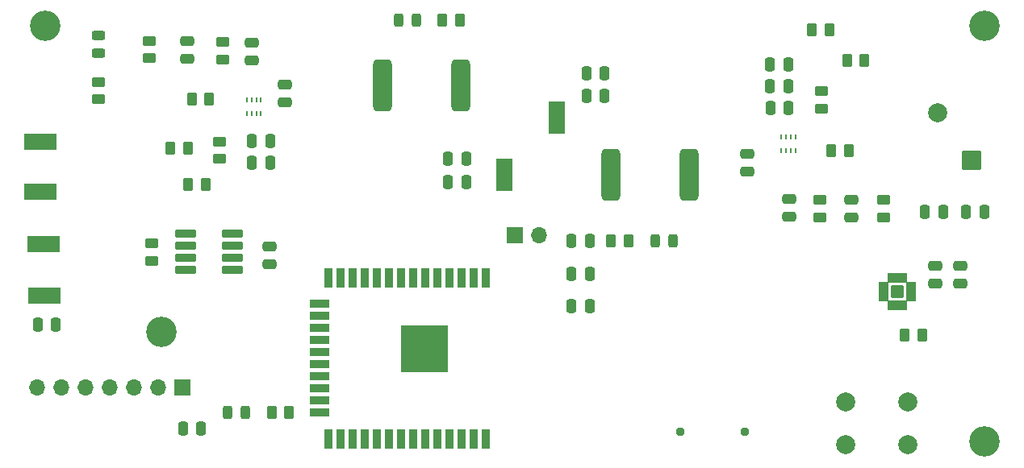
<source format=gbr>
%TF.GenerationSoftware,KiCad,Pcbnew,7.0.11*%
%TF.CreationDate,2025-02-02T20:15:26+02:00*%
%TF.ProjectId,obd_xp,6f62645f-7870-42e6-9b69-6361645f7063,rev?*%
%TF.SameCoordinates,Original*%
%TF.FileFunction,Soldermask,Top*%
%TF.FilePolarity,Negative*%
%FSLAX46Y46*%
G04 Gerber Fmt 4.6, Leading zero omitted, Abs format (unit mm)*
G04 Created by KiCad (PCBNEW 7.0.11) date 2025-02-02 20:15:26*
%MOMM*%
%LPD*%
G01*
G04 APERTURE LIST*
G04 Aperture macros list*
%AMRoundRect*
0 Rectangle with rounded corners*
0 $1 Rounding radius*
0 $2 $3 $4 $5 $6 $7 $8 $9 X,Y pos of 4 corners*
0 Add a 4 corners polygon primitive as box body*
4,1,4,$2,$3,$4,$5,$6,$7,$8,$9,$2,$3,0*
0 Add four circle primitives for the rounded corners*
1,1,$1+$1,$2,$3*
1,1,$1+$1,$4,$5*
1,1,$1+$1,$6,$7*
1,1,$1+$1,$8,$9*
0 Add four rect primitives between the rounded corners*
20,1,$1+$1,$2,$3,$4,$5,0*
20,1,$1+$1,$4,$5,$6,$7,0*
20,1,$1+$1,$6,$7,$8,$9,0*
20,1,$1+$1,$8,$9,$2,$3,0*%
G04 Aperture macros list end*
%ADD10RoundRect,0.500000X-0.500000X-2.250000X0.500000X-2.250000X0.500000X2.250000X-0.500000X2.250000X0*%
%ADD11RoundRect,0.250000X-0.250000X-0.475000X0.250000X-0.475000X0.250000X0.475000X-0.250000X0.475000X0*%
%ADD12RoundRect,0.250000X-0.262500X-0.450000X0.262500X-0.450000X0.262500X0.450000X-0.262500X0.450000X0*%
%ADD13RoundRect,0.250000X0.262500X0.450000X-0.262500X0.450000X-0.262500X-0.450000X0.262500X-0.450000X0*%
%ADD14R,3.400000X1.800000*%
%ADD15RoundRect,0.250000X-0.475000X0.250000X-0.475000X-0.250000X0.475000X-0.250000X0.475000X0.250000X0*%
%ADD16RoundRect,0.243750X-0.243750X-0.456250X0.243750X-0.456250X0.243750X0.456250X-0.243750X0.456250X0*%
%ADD17RoundRect,0.250000X-0.450000X0.262500X-0.450000X-0.262500X0.450000X-0.262500X0.450000X0.262500X0*%
%ADD18R,0.900000X2.000000*%
%ADD19R,2.000000X0.900000*%
%ADD20R,5.000000X5.000000*%
%ADD21RoundRect,0.250000X0.475000X-0.250000X0.475000X0.250000X-0.475000X0.250000X-0.475000X-0.250000X0*%
%ADD22C,3.200000*%
%ADD23RoundRect,0.250000X0.450000X-0.262500X0.450000X0.262500X-0.450000X0.262500X-0.450000X-0.262500X0*%
%ADD24RoundRect,0.243750X0.243750X0.456250X-0.243750X0.456250X-0.243750X-0.456250X0.243750X-0.456250X0*%
%ADD25RoundRect,0.014220X0.222780X-0.507780X0.222780X0.507780X-0.222780X0.507780X-0.222780X-0.507780X0*%
%ADD26RoundRect,0.014220X0.507780X0.222780X-0.507780X0.222780X-0.507780X-0.222780X0.507780X-0.222780X0*%
%ADD27RoundRect,0.102000X0.550000X-0.550000X0.550000X0.550000X-0.550000X0.550000X-0.550000X-0.550000X0*%
%ADD28RoundRect,0.250000X0.250000X0.475000X-0.250000X0.475000X-0.250000X-0.475000X0.250000X-0.475000X0*%
%ADD29RoundRect,0.102000X0.900000X0.900000X-0.900000X0.900000X-0.900000X-0.900000X0.900000X-0.900000X0*%
%ADD30C,2.004000*%
%ADD31R,0.250000X0.600000*%
%ADD32R,1.700000X1.700000*%
%ADD33O,1.700000X1.700000*%
%ADD34RoundRect,0.500000X0.500000X2.250000X-0.500000X2.250000X-0.500000X-2.250000X0.500000X-2.250000X0*%
%ADD35R,1.800000X3.400000*%
%ADD36RoundRect,0.100500X0.986500X0.301500X-0.986500X0.301500X-0.986500X-0.301500X0.986500X-0.301500X0*%
%ADD37C,2.000000*%
%ADD38RoundRect,0.243750X-0.456250X0.243750X-0.456250X-0.243750X0.456250X-0.243750X0.456250X0.243750X0*%
%ADD39C,0.950000*%
G04 APERTURE END LIST*
D10*
%TO.C,L2*%
X63413200Y-111404400D03*
X71613200Y-111404400D03*
%TD*%
D11*
%TO.C,C20*%
X49748400Y-117221000D03*
X51648400Y-117221000D03*
%TD*%
D12*
%TO.C,R12*%
X43434000Y-112877600D03*
X45259000Y-112877600D03*
%TD*%
D13*
%TO.C,R7*%
X110295100Y-105537000D03*
X108470100Y-105537000D03*
%TD*%
D11*
%TO.C,C19*%
X49723000Y-119507000D03*
X51623000Y-119507000D03*
%TD*%
D14*
%TO.C,TP1*%
X27559000Y-117348000D03*
%TD*%
%TO.C,TP2*%
X27889200Y-128117600D03*
%TD*%
D15*
%TO.C,C21*%
X53187600Y-111318000D03*
X53187600Y-113218000D03*
%TD*%
D16*
%TO.C,D3*%
X65102500Y-104521000D03*
X66977500Y-104521000D03*
%TD*%
D17*
%TO.C,R3*%
X109484200Y-111990500D03*
X109484200Y-113815500D03*
%TD*%
D18*
%TO.C,MOD1*%
X74304000Y-131596000D03*
X73034000Y-131596000D03*
X71764000Y-131596000D03*
X70494000Y-131596000D03*
X69224000Y-131596000D03*
X67954000Y-131596000D03*
X66684000Y-131596000D03*
X65414000Y-131596000D03*
X64144000Y-131596000D03*
X62874000Y-131596000D03*
X61604000Y-131596000D03*
X60334000Y-131596000D03*
X59064000Y-131596000D03*
X57794000Y-131596000D03*
D19*
X56794000Y-134381000D03*
X56794000Y-135651000D03*
X56794000Y-136921000D03*
X56794000Y-138191000D03*
X56794000Y-139461000D03*
X56794000Y-140731000D03*
X56794000Y-142001000D03*
X56794000Y-143271000D03*
X56794000Y-144541000D03*
X56794000Y-145811000D03*
D18*
X57794000Y-148596000D03*
X59064000Y-148596000D03*
X60334000Y-148596000D03*
X61604000Y-148596000D03*
X62874000Y-148596000D03*
X64144000Y-148596000D03*
X65414000Y-148596000D03*
X66684000Y-148596000D03*
X67954000Y-148596000D03*
X69224000Y-148596000D03*
X70494000Y-148596000D03*
X71764000Y-148596000D03*
X73034000Y-148596000D03*
X74304000Y-148596000D03*
D20*
X67804000Y-139096000D03*
%TD*%
D21*
%TO.C,C5*%
X121412000Y-132268000D03*
X121412000Y-130368000D03*
%TD*%
D22*
%TO.C,H1*%
X28067000Y-105156000D03*
%TD*%
D23*
%TO.C,R6*%
X109281000Y-125245500D03*
X109281000Y-123420500D03*
%TD*%
D24*
%TO.C,D4*%
X93950000Y-127762000D03*
X92075000Y-127762000D03*
%TD*%
D23*
%TO.C,R5*%
X116012000Y-125245500D03*
X116012000Y-123420500D03*
%TD*%
D11*
%TO.C,C16*%
X84836000Y-110109000D03*
X86736000Y-110109000D03*
%TD*%
D25*
%TO.C,U1*%
X116725000Y-134531000D03*
X117225000Y-134531000D03*
X117725000Y-134531000D03*
X118225000Y-134531000D03*
D26*
X118910000Y-133846000D03*
X118910000Y-133346000D03*
X118910000Y-132846000D03*
X118910000Y-132346000D03*
D25*
X118225000Y-131661000D03*
X117725000Y-131661000D03*
X117225000Y-131661000D03*
X116725000Y-131661000D03*
D26*
X116040000Y-132346000D03*
X116040000Y-132846000D03*
X116040000Y-133346000D03*
X116040000Y-133846000D03*
D27*
X117475000Y-133096000D03*
%TD*%
D11*
%TO.C,C15*%
X84836000Y-112522000D03*
X86736000Y-112522000D03*
%TD*%
D17*
%TO.C,R18*%
X33655000Y-111053000D03*
X33655000Y-112878000D03*
%TD*%
D15*
%TO.C,C11*%
X106106000Y-123317000D03*
X106106000Y-125217000D03*
%TD*%
D12*
%TO.C,R2*%
X118213500Y-137668000D03*
X120038500Y-137668000D03*
%TD*%
D28*
%TO.C,C13*%
X106040000Y-113792000D03*
X104140000Y-113792000D03*
%TD*%
D29*
%TO.C,J3*%
X125222500Y-119270000D03*
D30*
X121722500Y-114270000D03*
%TD*%
D31*
%TO.C,IC2*%
X49186400Y-114339600D03*
X49686400Y-114339600D03*
X50186400Y-114339600D03*
X50686400Y-114339600D03*
X50686400Y-112939600D03*
X50186400Y-112939600D03*
X49686400Y-112939600D03*
X49186400Y-112939600D03*
%TD*%
D28*
%TO.C,C10*%
X105979000Y-111506000D03*
X104079000Y-111506000D03*
%TD*%
D21*
%TO.C,C4*%
X124079000Y-132268000D03*
X124079000Y-130368000D03*
%TD*%
D32*
%TO.C,J1*%
X77338000Y-127127000D03*
D33*
X79878000Y-127127000D03*
%TD*%
D28*
%TO.C,C23*%
X72197000Y-121539000D03*
X70297000Y-121539000D03*
%TD*%
D21*
%TO.C,C24*%
X42976800Y-108646000D03*
X42976800Y-106746000D03*
%TD*%
D12*
%TO.C,R19*%
X69699500Y-104521000D03*
X71524500Y-104521000D03*
%TD*%
%TO.C,R9*%
X41200700Y-118008400D03*
X43025700Y-118008400D03*
%TD*%
D34*
%TO.C,L1*%
X95601000Y-120777000D03*
X87401000Y-120777000D03*
%TD*%
D13*
%TO.C,R20*%
X89226000Y-127762000D03*
X87401000Y-127762000D03*
%TD*%
D11*
%TO.C,C9*%
X27244000Y-136525000D03*
X29144000Y-136525000D03*
%TD*%
D28*
%TO.C,C6*%
X126553000Y-124714000D03*
X124653000Y-124714000D03*
%TD*%
D16*
%TO.C,D1*%
X47195500Y-145796000D03*
X49070500Y-145796000D03*
%TD*%
D12*
%TO.C,R10*%
X43029500Y-121818400D03*
X44854500Y-121818400D03*
%TD*%
D21*
%TO.C,C25*%
X49733200Y-108798400D03*
X49733200Y-106898400D03*
%TD*%
D11*
%TO.C,C1*%
X83251000Y-127762000D03*
X85151000Y-127762000D03*
%TD*%
D35*
%TO.C,TP5*%
X81747400Y-114782600D03*
%TD*%
D21*
%TO.C,C14*%
X101661000Y-120457000D03*
X101661000Y-118557000D03*
%TD*%
D28*
%TO.C,C22*%
X72222400Y-119075200D03*
X70322400Y-119075200D03*
%TD*%
D36*
%TO.C,U2*%
X47682000Y-130810000D03*
X47682000Y-129540000D03*
X47682000Y-128270000D03*
X47682000Y-127000000D03*
X42742000Y-127000000D03*
X42742000Y-128270000D03*
X42742000Y-129540000D03*
X42742000Y-130810000D03*
%TD*%
D11*
%TO.C,C7*%
X120335000Y-124714000D03*
X122235000Y-124714000D03*
%TD*%
%TO.C,C3*%
X83251000Y-134620000D03*
X85151000Y-134620000D03*
%TD*%
D22*
%TO.C,H3*%
X40259000Y-137287000D03*
%TD*%
D17*
%TO.C,R14*%
X38963600Y-106732700D03*
X38963600Y-108557700D03*
%TD*%
D22*
%TO.C,H4*%
X126619000Y-148844000D03*
%TD*%
D11*
%TO.C,C8*%
X42484000Y-147447000D03*
X44384000Y-147447000D03*
%TD*%
D23*
%TO.C,R15*%
X39217600Y-129817500D03*
X39217600Y-127992500D03*
%TD*%
D17*
%TO.C,R13*%
X46634400Y-106834300D03*
X46634400Y-108659300D03*
%TD*%
D37*
%TO.C,SW3*%
X118566000Y-149189000D03*
X112066000Y-149189000D03*
X118566000Y-144689000D03*
X112066000Y-144689000D03*
%TD*%
D15*
%TO.C,C17*%
X112583000Y-123383000D03*
X112583000Y-125283000D03*
%TD*%
D11*
%TO.C,C2*%
X83251000Y-131191000D03*
X85151000Y-131191000D03*
%TD*%
D14*
%TO.C,TP3*%
X27559000Y-122555000D03*
%TD*%
D21*
%TO.C,C18*%
X51562000Y-130236000D03*
X51562000Y-128336000D03*
%TD*%
D13*
%TO.C,R8*%
X114003500Y-108788200D03*
X112178500Y-108788200D03*
%TD*%
D14*
%TO.C,TP4*%
X27940000Y-133477000D03*
%TD*%
D23*
%TO.C,R11*%
X46329600Y-119124100D03*
X46329600Y-117299100D03*
%TD*%
D13*
%TO.C,R4*%
X112352500Y-118237000D03*
X110527500Y-118237000D03*
%TD*%
D38*
%TO.C,D2*%
X33655000Y-106123500D03*
X33655000Y-107998500D03*
%TD*%
D35*
%TO.C,TP6*%
X76200000Y-120802400D03*
%TD*%
D12*
%TO.C,R1*%
X51792500Y-145796000D03*
X53617500Y-145796000D03*
%TD*%
D28*
%TO.C,C12*%
X105979000Y-109220000D03*
X104079000Y-109220000D03*
%TD*%
D31*
%TO.C,IC1*%
X106741000Y-116837000D03*
X106241000Y-116837000D03*
X105741000Y-116837000D03*
X105241000Y-116837000D03*
X105241000Y-118237000D03*
X105741000Y-118237000D03*
X106241000Y-118237000D03*
X106741000Y-118237000D03*
%TD*%
D22*
%TO.C,H2*%
X126619000Y-105156000D03*
%TD*%
D39*
%TO.C,J2*%
X101444000Y-147828000D03*
X94644000Y-147828000D03*
%TD*%
D32*
%TO.C,J4*%
X42423000Y-143129000D03*
D33*
X39883000Y-143129000D03*
X37343000Y-143129000D03*
X34803000Y-143129000D03*
X32263000Y-143129000D03*
X29723000Y-143129000D03*
X27183000Y-143129000D03*
%TD*%
M02*

</source>
